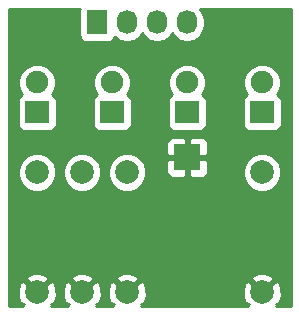
<source format=gbl>
G04 #@! TF.FileFunction,Copper,L2,Bot,Signal*
%FSLAX46Y46*%
G04 Gerber Fmt 4.6, Leading zero omitted, Abs format (unit mm)*
G04 Created by KiCad (PCBNEW 4.0.0-stable) date Wednesday, December 30, 2015 'PMt' 09:04:51 PM*
%MOMM*%
G01*
G04 APERTURE LIST*
%ADD10C,0.100000*%
%ADD11R,2.000000X1.900000*%
%ADD12C,1.900000*%
%ADD13R,1.727200X2.032000*%
%ADD14O,1.727200X2.032000*%
%ADD15R,2.235200X2.235200*%
%ADD16C,1.998980*%
%ADD17C,0.254000*%
G04 APERTURE END LIST*
D10*
D11*
X138430000Y-97790000D03*
D12*
X138430000Y-95250000D03*
D11*
X144780000Y-97790000D03*
D12*
X144780000Y-95250000D03*
D11*
X151130000Y-97790000D03*
D12*
X151130000Y-95250000D03*
D11*
X157480000Y-97790000D03*
D12*
X157480000Y-95250000D03*
D13*
X143510000Y-90170000D03*
D14*
X146050000Y-90170000D03*
X148590000Y-90170000D03*
X151130000Y-90170000D03*
D15*
X151130000Y-101600000D03*
D16*
X138430000Y-102870000D03*
X138430000Y-113030000D03*
X142240000Y-102870000D03*
X142240000Y-113030000D03*
X146050000Y-102870000D03*
X146050000Y-113030000D03*
X157480000Y-102870000D03*
X157480000Y-113030000D03*
D17*
G36*
X141998960Y-89154000D02*
X141998960Y-91186000D01*
X142043238Y-91421317D01*
X142182310Y-91637441D01*
X142394510Y-91782431D01*
X142646400Y-91833440D01*
X144373600Y-91833440D01*
X144608917Y-91789162D01*
X144825041Y-91650090D01*
X144970031Y-91437890D01*
X144978400Y-91396561D01*
X144990330Y-91414415D01*
X145476511Y-91739271D01*
X146050000Y-91853345D01*
X146623489Y-91739271D01*
X147109670Y-91414415D01*
X147320000Y-91099634D01*
X147530330Y-91414415D01*
X148016511Y-91739271D01*
X148590000Y-91853345D01*
X149163489Y-91739271D01*
X149649670Y-91414415D01*
X149860000Y-91099634D01*
X150070330Y-91414415D01*
X150556511Y-91739271D01*
X151130000Y-91853345D01*
X151703489Y-91739271D01*
X152189670Y-91414415D01*
X152514526Y-90928234D01*
X152628600Y-90354745D01*
X152628600Y-89985255D01*
X152514526Y-89411766D01*
X152257433Y-89027000D01*
X159893000Y-89027000D01*
X159893000Y-114173000D01*
X158690284Y-114173000D01*
X158746446Y-114116838D01*
X158632164Y-114002556D01*
X158898965Y-113903958D01*
X159125401Y-113294418D01*
X159101341Y-112644623D01*
X158898965Y-112156042D01*
X158632163Y-112057443D01*
X157659605Y-113030000D01*
X157673748Y-113044142D01*
X157494142Y-113223748D01*
X157480000Y-113209605D01*
X157465858Y-113223748D01*
X157286252Y-113044142D01*
X157300395Y-113030000D01*
X156327837Y-112057443D01*
X156061035Y-112156042D01*
X155834599Y-112765582D01*
X155858659Y-113415377D01*
X156061035Y-113903958D01*
X156327836Y-114002556D01*
X156213554Y-114116838D01*
X156269716Y-114173000D01*
X147260284Y-114173000D01*
X147316446Y-114116838D01*
X147202164Y-114002556D01*
X147468965Y-113903958D01*
X147695401Y-113294418D01*
X147671341Y-112644623D01*
X147468965Y-112156042D01*
X147202163Y-112057443D01*
X146229605Y-113030000D01*
X146243748Y-113044142D01*
X146064142Y-113223748D01*
X146050000Y-113209605D01*
X146035858Y-113223748D01*
X145856252Y-113044142D01*
X145870395Y-113030000D01*
X144897837Y-112057443D01*
X144631035Y-112156042D01*
X144404599Y-112765582D01*
X144428659Y-113415377D01*
X144631035Y-113903958D01*
X144897836Y-114002556D01*
X144783554Y-114116838D01*
X144839716Y-114173000D01*
X143450284Y-114173000D01*
X143506446Y-114116838D01*
X143392164Y-114002556D01*
X143658965Y-113903958D01*
X143885401Y-113294418D01*
X143861341Y-112644623D01*
X143658965Y-112156042D01*
X143392163Y-112057443D01*
X142419605Y-113030000D01*
X142433748Y-113044142D01*
X142254142Y-113223748D01*
X142240000Y-113209605D01*
X142225858Y-113223748D01*
X142046252Y-113044142D01*
X142060395Y-113030000D01*
X141087837Y-112057443D01*
X140821035Y-112156042D01*
X140594599Y-112765582D01*
X140618659Y-113415377D01*
X140821035Y-113903958D01*
X141087836Y-114002556D01*
X140973554Y-114116838D01*
X141029716Y-114173000D01*
X139640284Y-114173000D01*
X139696446Y-114116838D01*
X139582164Y-114002556D01*
X139848965Y-113903958D01*
X140075401Y-113294418D01*
X140051341Y-112644623D01*
X139848965Y-112156042D01*
X139582163Y-112057443D01*
X138609605Y-113030000D01*
X138623748Y-113044142D01*
X138444142Y-113223748D01*
X138430000Y-113209605D01*
X138415858Y-113223748D01*
X138236252Y-113044142D01*
X138250395Y-113030000D01*
X137277837Y-112057443D01*
X137011035Y-112156042D01*
X136784599Y-112765582D01*
X136808659Y-113415377D01*
X137011035Y-113903958D01*
X137277836Y-114002556D01*
X137163554Y-114116838D01*
X137219716Y-114173000D01*
X136017000Y-114173000D01*
X136017000Y-111877837D01*
X137457443Y-111877837D01*
X138430000Y-112850395D01*
X139402557Y-111877837D01*
X141267443Y-111877837D01*
X142240000Y-112850395D01*
X143212557Y-111877837D01*
X145077443Y-111877837D01*
X146050000Y-112850395D01*
X147022557Y-111877837D01*
X156507443Y-111877837D01*
X157480000Y-112850395D01*
X158452557Y-111877837D01*
X158353958Y-111611035D01*
X157744418Y-111384599D01*
X157094623Y-111408659D01*
X156606042Y-111611035D01*
X156507443Y-111877837D01*
X147022557Y-111877837D01*
X146923958Y-111611035D01*
X146314418Y-111384599D01*
X145664623Y-111408659D01*
X145176042Y-111611035D01*
X145077443Y-111877837D01*
X143212557Y-111877837D01*
X143113958Y-111611035D01*
X142504418Y-111384599D01*
X141854623Y-111408659D01*
X141366042Y-111611035D01*
X141267443Y-111877837D01*
X139402557Y-111877837D01*
X139303958Y-111611035D01*
X138694418Y-111384599D01*
X138044623Y-111408659D01*
X137556042Y-111611035D01*
X137457443Y-111877837D01*
X136017000Y-111877837D01*
X136017000Y-103193694D01*
X136795226Y-103193694D01*
X137043538Y-103794655D01*
X137502927Y-104254846D01*
X138103453Y-104504206D01*
X138753694Y-104504774D01*
X139354655Y-104256462D01*
X139814846Y-103797073D01*
X140064206Y-103196547D01*
X140064208Y-103193694D01*
X140605226Y-103193694D01*
X140853538Y-103794655D01*
X141312927Y-104254846D01*
X141913453Y-104504206D01*
X142563694Y-104504774D01*
X143164655Y-104256462D01*
X143624846Y-103797073D01*
X143874206Y-103196547D01*
X143874208Y-103193694D01*
X144415226Y-103193694D01*
X144663538Y-103794655D01*
X145122927Y-104254846D01*
X145723453Y-104504206D01*
X146373694Y-104504774D01*
X146974655Y-104256462D01*
X147434846Y-103797073D01*
X147684206Y-103196547D01*
X147684774Y-102546306D01*
X147436462Y-101945345D01*
X147376971Y-101885750D01*
X149377400Y-101885750D01*
X149377400Y-102843910D01*
X149474073Y-103077299D01*
X149652702Y-103255927D01*
X149886091Y-103352600D01*
X150844250Y-103352600D01*
X151003000Y-103193850D01*
X151003000Y-101727000D01*
X151257000Y-101727000D01*
X151257000Y-103193850D01*
X151415750Y-103352600D01*
X152373909Y-103352600D01*
X152607298Y-103255927D01*
X152669531Y-103193694D01*
X155845226Y-103193694D01*
X156093538Y-103794655D01*
X156552927Y-104254846D01*
X157153453Y-104504206D01*
X157803694Y-104504774D01*
X158404655Y-104256462D01*
X158864846Y-103797073D01*
X159114206Y-103196547D01*
X159114774Y-102546306D01*
X158866462Y-101945345D01*
X158407073Y-101485154D01*
X157806547Y-101235794D01*
X157156306Y-101235226D01*
X156555345Y-101483538D01*
X156095154Y-101942927D01*
X155845794Y-102543453D01*
X155845226Y-103193694D01*
X152669531Y-103193694D01*
X152785927Y-103077299D01*
X152882600Y-102843910D01*
X152882600Y-101885750D01*
X152723850Y-101727000D01*
X151257000Y-101727000D01*
X151003000Y-101727000D01*
X149536150Y-101727000D01*
X149377400Y-101885750D01*
X147376971Y-101885750D01*
X146977073Y-101485154D01*
X146376547Y-101235794D01*
X145726306Y-101235226D01*
X145125345Y-101483538D01*
X144665154Y-101942927D01*
X144415794Y-102543453D01*
X144415226Y-103193694D01*
X143874208Y-103193694D01*
X143874774Y-102546306D01*
X143626462Y-101945345D01*
X143167073Y-101485154D01*
X142566547Y-101235794D01*
X141916306Y-101235226D01*
X141315345Y-101483538D01*
X140855154Y-101942927D01*
X140605794Y-102543453D01*
X140605226Y-103193694D01*
X140064208Y-103193694D01*
X140064774Y-102546306D01*
X139816462Y-101945345D01*
X139357073Y-101485154D01*
X138756547Y-101235794D01*
X138106306Y-101235226D01*
X137505345Y-101483538D01*
X137045154Y-101942927D01*
X136795794Y-102543453D01*
X136795226Y-103193694D01*
X136017000Y-103193694D01*
X136017000Y-100356090D01*
X149377400Y-100356090D01*
X149377400Y-101314250D01*
X149536150Y-101473000D01*
X151003000Y-101473000D01*
X151003000Y-100006150D01*
X151257000Y-100006150D01*
X151257000Y-101473000D01*
X152723850Y-101473000D01*
X152882600Y-101314250D01*
X152882600Y-100356090D01*
X152785927Y-100122701D01*
X152607298Y-99944073D01*
X152373909Y-99847400D01*
X151415750Y-99847400D01*
X151257000Y-100006150D01*
X151003000Y-100006150D01*
X150844250Y-99847400D01*
X149886091Y-99847400D01*
X149652702Y-99944073D01*
X149474073Y-100122701D01*
X149377400Y-100356090D01*
X136017000Y-100356090D01*
X136017000Y-96840000D01*
X136782560Y-96840000D01*
X136782560Y-98740000D01*
X136826838Y-98975317D01*
X136965910Y-99191441D01*
X137178110Y-99336431D01*
X137430000Y-99387440D01*
X139430000Y-99387440D01*
X139665317Y-99343162D01*
X139881441Y-99204090D01*
X140026431Y-98991890D01*
X140077440Y-98740000D01*
X140077440Y-96840000D01*
X143132560Y-96840000D01*
X143132560Y-98740000D01*
X143176838Y-98975317D01*
X143315910Y-99191441D01*
X143528110Y-99336431D01*
X143780000Y-99387440D01*
X145780000Y-99387440D01*
X146015317Y-99343162D01*
X146231441Y-99204090D01*
X146376431Y-98991890D01*
X146427440Y-98740000D01*
X146427440Y-96840000D01*
X149482560Y-96840000D01*
X149482560Y-98740000D01*
X149526838Y-98975317D01*
X149665910Y-99191441D01*
X149878110Y-99336431D01*
X150130000Y-99387440D01*
X152130000Y-99387440D01*
X152365317Y-99343162D01*
X152581441Y-99204090D01*
X152726431Y-98991890D01*
X152777440Y-98740000D01*
X152777440Y-96840000D01*
X155832560Y-96840000D01*
X155832560Y-98740000D01*
X155876838Y-98975317D01*
X156015910Y-99191441D01*
X156228110Y-99336431D01*
X156480000Y-99387440D01*
X158480000Y-99387440D01*
X158715317Y-99343162D01*
X158931441Y-99204090D01*
X159076431Y-98991890D01*
X159127440Y-98740000D01*
X159127440Y-96840000D01*
X159083162Y-96604683D01*
X158944090Y-96388559D01*
X158731890Y-96243569D01*
X158728808Y-96242945D01*
X158822914Y-96149003D01*
X159064724Y-95566659D01*
X159065275Y-94936107D01*
X158824481Y-94353343D01*
X158379003Y-93907086D01*
X157796659Y-93665276D01*
X157166107Y-93664725D01*
X156583343Y-93905519D01*
X156137086Y-94350997D01*
X155895276Y-94933341D01*
X155894725Y-95563893D01*
X156135519Y-96146657D01*
X156233029Y-96244337D01*
X156028559Y-96375910D01*
X155883569Y-96588110D01*
X155832560Y-96840000D01*
X152777440Y-96840000D01*
X152733162Y-96604683D01*
X152594090Y-96388559D01*
X152381890Y-96243569D01*
X152378808Y-96242945D01*
X152472914Y-96149003D01*
X152714724Y-95566659D01*
X152715275Y-94936107D01*
X152474481Y-94353343D01*
X152029003Y-93907086D01*
X151446659Y-93665276D01*
X150816107Y-93664725D01*
X150233343Y-93905519D01*
X149787086Y-94350997D01*
X149545276Y-94933341D01*
X149544725Y-95563893D01*
X149785519Y-96146657D01*
X149883029Y-96244337D01*
X149678559Y-96375910D01*
X149533569Y-96588110D01*
X149482560Y-96840000D01*
X146427440Y-96840000D01*
X146383162Y-96604683D01*
X146244090Y-96388559D01*
X146031890Y-96243569D01*
X146028808Y-96242945D01*
X146122914Y-96149003D01*
X146364724Y-95566659D01*
X146365275Y-94936107D01*
X146124481Y-94353343D01*
X145679003Y-93907086D01*
X145096659Y-93665276D01*
X144466107Y-93664725D01*
X143883343Y-93905519D01*
X143437086Y-94350997D01*
X143195276Y-94933341D01*
X143194725Y-95563893D01*
X143435519Y-96146657D01*
X143533029Y-96244337D01*
X143328559Y-96375910D01*
X143183569Y-96588110D01*
X143132560Y-96840000D01*
X140077440Y-96840000D01*
X140033162Y-96604683D01*
X139894090Y-96388559D01*
X139681890Y-96243569D01*
X139678808Y-96242945D01*
X139772914Y-96149003D01*
X140014724Y-95566659D01*
X140015275Y-94936107D01*
X139774481Y-94353343D01*
X139329003Y-93907086D01*
X138746659Y-93665276D01*
X138116107Y-93664725D01*
X137533343Y-93905519D01*
X137087086Y-94350997D01*
X136845276Y-94933341D01*
X136844725Y-95563893D01*
X137085519Y-96146657D01*
X137183029Y-96244337D01*
X136978559Y-96375910D01*
X136833569Y-96588110D01*
X136782560Y-96840000D01*
X136017000Y-96840000D01*
X136017000Y-89027000D01*
X142024678Y-89027000D01*
X141998960Y-89154000D01*
X141998960Y-89154000D01*
G37*
X141998960Y-89154000D02*
X141998960Y-91186000D01*
X142043238Y-91421317D01*
X142182310Y-91637441D01*
X142394510Y-91782431D01*
X142646400Y-91833440D01*
X144373600Y-91833440D01*
X144608917Y-91789162D01*
X144825041Y-91650090D01*
X144970031Y-91437890D01*
X144978400Y-91396561D01*
X144990330Y-91414415D01*
X145476511Y-91739271D01*
X146050000Y-91853345D01*
X146623489Y-91739271D01*
X147109670Y-91414415D01*
X147320000Y-91099634D01*
X147530330Y-91414415D01*
X148016511Y-91739271D01*
X148590000Y-91853345D01*
X149163489Y-91739271D01*
X149649670Y-91414415D01*
X149860000Y-91099634D01*
X150070330Y-91414415D01*
X150556511Y-91739271D01*
X151130000Y-91853345D01*
X151703489Y-91739271D01*
X152189670Y-91414415D01*
X152514526Y-90928234D01*
X152628600Y-90354745D01*
X152628600Y-89985255D01*
X152514526Y-89411766D01*
X152257433Y-89027000D01*
X159893000Y-89027000D01*
X159893000Y-114173000D01*
X158690284Y-114173000D01*
X158746446Y-114116838D01*
X158632164Y-114002556D01*
X158898965Y-113903958D01*
X159125401Y-113294418D01*
X159101341Y-112644623D01*
X158898965Y-112156042D01*
X158632163Y-112057443D01*
X157659605Y-113030000D01*
X157673748Y-113044142D01*
X157494142Y-113223748D01*
X157480000Y-113209605D01*
X157465858Y-113223748D01*
X157286252Y-113044142D01*
X157300395Y-113030000D01*
X156327837Y-112057443D01*
X156061035Y-112156042D01*
X155834599Y-112765582D01*
X155858659Y-113415377D01*
X156061035Y-113903958D01*
X156327836Y-114002556D01*
X156213554Y-114116838D01*
X156269716Y-114173000D01*
X147260284Y-114173000D01*
X147316446Y-114116838D01*
X147202164Y-114002556D01*
X147468965Y-113903958D01*
X147695401Y-113294418D01*
X147671341Y-112644623D01*
X147468965Y-112156042D01*
X147202163Y-112057443D01*
X146229605Y-113030000D01*
X146243748Y-113044142D01*
X146064142Y-113223748D01*
X146050000Y-113209605D01*
X146035858Y-113223748D01*
X145856252Y-113044142D01*
X145870395Y-113030000D01*
X144897837Y-112057443D01*
X144631035Y-112156042D01*
X144404599Y-112765582D01*
X144428659Y-113415377D01*
X144631035Y-113903958D01*
X144897836Y-114002556D01*
X144783554Y-114116838D01*
X144839716Y-114173000D01*
X143450284Y-114173000D01*
X143506446Y-114116838D01*
X143392164Y-114002556D01*
X143658965Y-113903958D01*
X143885401Y-113294418D01*
X143861341Y-112644623D01*
X143658965Y-112156042D01*
X143392163Y-112057443D01*
X142419605Y-113030000D01*
X142433748Y-113044142D01*
X142254142Y-113223748D01*
X142240000Y-113209605D01*
X142225858Y-113223748D01*
X142046252Y-113044142D01*
X142060395Y-113030000D01*
X141087837Y-112057443D01*
X140821035Y-112156042D01*
X140594599Y-112765582D01*
X140618659Y-113415377D01*
X140821035Y-113903958D01*
X141087836Y-114002556D01*
X140973554Y-114116838D01*
X141029716Y-114173000D01*
X139640284Y-114173000D01*
X139696446Y-114116838D01*
X139582164Y-114002556D01*
X139848965Y-113903958D01*
X140075401Y-113294418D01*
X140051341Y-112644623D01*
X139848965Y-112156042D01*
X139582163Y-112057443D01*
X138609605Y-113030000D01*
X138623748Y-113044142D01*
X138444142Y-113223748D01*
X138430000Y-113209605D01*
X138415858Y-113223748D01*
X138236252Y-113044142D01*
X138250395Y-113030000D01*
X137277837Y-112057443D01*
X137011035Y-112156042D01*
X136784599Y-112765582D01*
X136808659Y-113415377D01*
X137011035Y-113903958D01*
X137277836Y-114002556D01*
X137163554Y-114116838D01*
X137219716Y-114173000D01*
X136017000Y-114173000D01*
X136017000Y-111877837D01*
X137457443Y-111877837D01*
X138430000Y-112850395D01*
X139402557Y-111877837D01*
X141267443Y-111877837D01*
X142240000Y-112850395D01*
X143212557Y-111877837D01*
X145077443Y-111877837D01*
X146050000Y-112850395D01*
X147022557Y-111877837D01*
X156507443Y-111877837D01*
X157480000Y-112850395D01*
X158452557Y-111877837D01*
X158353958Y-111611035D01*
X157744418Y-111384599D01*
X157094623Y-111408659D01*
X156606042Y-111611035D01*
X156507443Y-111877837D01*
X147022557Y-111877837D01*
X146923958Y-111611035D01*
X146314418Y-111384599D01*
X145664623Y-111408659D01*
X145176042Y-111611035D01*
X145077443Y-111877837D01*
X143212557Y-111877837D01*
X143113958Y-111611035D01*
X142504418Y-111384599D01*
X141854623Y-111408659D01*
X141366042Y-111611035D01*
X141267443Y-111877837D01*
X139402557Y-111877837D01*
X139303958Y-111611035D01*
X138694418Y-111384599D01*
X138044623Y-111408659D01*
X137556042Y-111611035D01*
X137457443Y-111877837D01*
X136017000Y-111877837D01*
X136017000Y-103193694D01*
X136795226Y-103193694D01*
X137043538Y-103794655D01*
X137502927Y-104254846D01*
X138103453Y-104504206D01*
X138753694Y-104504774D01*
X139354655Y-104256462D01*
X139814846Y-103797073D01*
X140064206Y-103196547D01*
X140064208Y-103193694D01*
X140605226Y-103193694D01*
X140853538Y-103794655D01*
X141312927Y-104254846D01*
X141913453Y-104504206D01*
X142563694Y-104504774D01*
X143164655Y-104256462D01*
X143624846Y-103797073D01*
X143874206Y-103196547D01*
X143874208Y-103193694D01*
X144415226Y-103193694D01*
X144663538Y-103794655D01*
X145122927Y-104254846D01*
X145723453Y-104504206D01*
X146373694Y-104504774D01*
X146974655Y-104256462D01*
X147434846Y-103797073D01*
X147684206Y-103196547D01*
X147684774Y-102546306D01*
X147436462Y-101945345D01*
X147376971Y-101885750D01*
X149377400Y-101885750D01*
X149377400Y-102843910D01*
X149474073Y-103077299D01*
X149652702Y-103255927D01*
X149886091Y-103352600D01*
X150844250Y-103352600D01*
X151003000Y-103193850D01*
X151003000Y-101727000D01*
X151257000Y-101727000D01*
X151257000Y-103193850D01*
X151415750Y-103352600D01*
X152373909Y-103352600D01*
X152607298Y-103255927D01*
X152669531Y-103193694D01*
X155845226Y-103193694D01*
X156093538Y-103794655D01*
X156552927Y-104254846D01*
X157153453Y-104504206D01*
X157803694Y-104504774D01*
X158404655Y-104256462D01*
X158864846Y-103797073D01*
X159114206Y-103196547D01*
X159114774Y-102546306D01*
X158866462Y-101945345D01*
X158407073Y-101485154D01*
X157806547Y-101235794D01*
X157156306Y-101235226D01*
X156555345Y-101483538D01*
X156095154Y-101942927D01*
X155845794Y-102543453D01*
X155845226Y-103193694D01*
X152669531Y-103193694D01*
X152785927Y-103077299D01*
X152882600Y-102843910D01*
X152882600Y-101885750D01*
X152723850Y-101727000D01*
X151257000Y-101727000D01*
X151003000Y-101727000D01*
X149536150Y-101727000D01*
X149377400Y-101885750D01*
X147376971Y-101885750D01*
X146977073Y-101485154D01*
X146376547Y-101235794D01*
X145726306Y-101235226D01*
X145125345Y-101483538D01*
X144665154Y-101942927D01*
X144415794Y-102543453D01*
X144415226Y-103193694D01*
X143874208Y-103193694D01*
X143874774Y-102546306D01*
X143626462Y-101945345D01*
X143167073Y-101485154D01*
X142566547Y-101235794D01*
X141916306Y-101235226D01*
X141315345Y-101483538D01*
X140855154Y-101942927D01*
X140605794Y-102543453D01*
X140605226Y-103193694D01*
X140064208Y-103193694D01*
X140064774Y-102546306D01*
X139816462Y-101945345D01*
X139357073Y-101485154D01*
X138756547Y-101235794D01*
X138106306Y-101235226D01*
X137505345Y-101483538D01*
X137045154Y-101942927D01*
X136795794Y-102543453D01*
X136795226Y-103193694D01*
X136017000Y-103193694D01*
X136017000Y-100356090D01*
X149377400Y-100356090D01*
X149377400Y-101314250D01*
X149536150Y-101473000D01*
X151003000Y-101473000D01*
X151003000Y-100006150D01*
X151257000Y-100006150D01*
X151257000Y-101473000D01*
X152723850Y-101473000D01*
X152882600Y-101314250D01*
X152882600Y-100356090D01*
X152785927Y-100122701D01*
X152607298Y-99944073D01*
X152373909Y-99847400D01*
X151415750Y-99847400D01*
X151257000Y-100006150D01*
X151003000Y-100006150D01*
X150844250Y-99847400D01*
X149886091Y-99847400D01*
X149652702Y-99944073D01*
X149474073Y-100122701D01*
X149377400Y-100356090D01*
X136017000Y-100356090D01*
X136017000Y-96840000D01*
X136782560Y-96840000D01*
X136782560Y-98740000D01*
X136826838Y-98975317D01*
X136965910Y-99191441D01*
X137178110Y-99336431D01*
X137430000Y-99387440D01*
X139430000Y-99387440D01*
X139665317Y-99343162D01*
X139881441Y-99204090D01*
X140026431Y-98991890D01*
X140077440Y-98740000D01*
X140077440Y-96840000D01*
X143132560Y-96840000D01*
X143132560Y-98740000D01*
X143176838Y-98975317D01*
X143315910Y-99191441D01*
X143528110Y-99336431D01*
X143780000Y-99387440D01*
X145780000Y-99387440D01*
X146015317Y-99343162D01*
X146231441Y-99204090D01*
X146376431Y-98991890D01*
X146427440Y-98740000D01*
X146427440Y-96840000D01*
X149482560Y-96840000D01*
X149482560Y-98740000D01*
X149526838Y-98975317D01*
X149665910Y-99191441D01*
X149878110Y-99336431D01*
X150130000Y-99387440D01*
X152130000Y-99387440D01*
X152365317Y-99343162D01*
X152581441Y-99204090D01*
X152726431Y-98991890D01*
X152777440Y-98740000D01*
X152777440Y-96840000D01*
X155832560Y-96840000D01*
X155832560Y-98740000D01*
X155876838Y-98975317D01*
X156015910Y-99191441D01*
X156228110Y-99336431D01*
X156480000Y-99387440D01*
X158480000Y-99387440D01*
X158715317Y-99343162D01*
X158931441Y-99204090D01*
X159076431Y-98991890D01*
X159127440Y-98740000D01*
X159127440Y-96840000D01*
X159083162Y-96604683D01*
X158944090Y-96388559D01*
X158731890Y-96243569D01*
X158728808Y-96242945D01*
X158822914Y-96149003D01*
X159064724Y-95566659D01*
X159065275Y-94936107D01*
X158824481Y-94353343D01*
X158379003Y-93907086D01*
X157796659Y-93665276D01*
X157166107Y-93664725D01*
X156583343Y-93905519D01*
X156137086Y-94350997D01*
X155895276Y-94933341D01*
X155894725Y-95563893D01*
X156135519Y-96146657D01*
X156233029Y-96244337D01*
X156028559Y-96375910D01*
X155883569Y-96588110D01*
X155832560Y-96840000D01*
X152777440Y-96840000D01*
X152733162Y-96604683D01*
X152594090Y-96388559D01*
X152381890Y-96243569D01*
X152378808Y-96242945D01*
X152472914Y-96149003D01*
X152714724Y-95566659D01*
X152715275Y-94936107D01*
X152474481Y-94353343D01*
X152029003Y-93907086D01*
X151446659Y-93665276D01*
X150816107Y-93664725D01*
X150233343Y-93905519D01*
X149787086Y-94350997D01*
X149545276Y-94933341D01*
X149544725Y-95563893D01*
X149785519Y-96146657D01*
X149883029Y-96244337D01*
X149678559Y-96375910D01*
X149533569Y-96588110D01*
X149482560Y-96840000D01*
X146427440Y-96840000D01*
X146383162Y-96604683D01*
X146244090Y-96388559D01*
X146031890Y-96243569D01*
X146028808Y-96242945D01*
X146122914Y-96149003D01*
X146364724Y-95566659D01*
X146365275Y-94936107D01*
X146124481Y-94353343D01*
X145679003Y-93907086D01*
X145096659Y-93665276D01*
X144466107Y-93664725D01*
X143883343Y-93905519D01*
X143437086Y-94350997D01*
X143195276Y-94933341D01*
X143194725Y-95563893D01*
X143435519Y-96146657D01*
X143533029Y-96244337D01*
X143328559Y-96375910D01*
X143183569Y-96588110D01*
X143132560Y-96840000D01*
X140077440Y-96840000D01*
X140033162Y-96604683D01*
X139894090Y-96388559D01*
X139681890Y-96243569D01*
X139678808Y-96242945D01*
X139772914Y-96149003D01*
X140014724Y-95566659D01*
X140015275Y-94936107D01*
X139774481Y-94353343D01*
X139329003Y-93907086D01*
X138746659Y-93665276D01*
X138116107Y-93664725D01*
X137533343Y-93905519D01*
X137087086Y-94350997D01*
X136845276Y-94933341D01*
X136844725Y-95563893D01*
X137085519Y-96146657D01*
X137183029Y-96244337D01*
X136978559Y-96375910D01*
X136833569Y-96588110D01*
X136782560Y-96840000D01*
X136017000Y-96840000D01*
X136017000Y-89027000D01*
X142024678Y-89027000D01*
X141998960Y-89154000D01*
M02*

</source>
